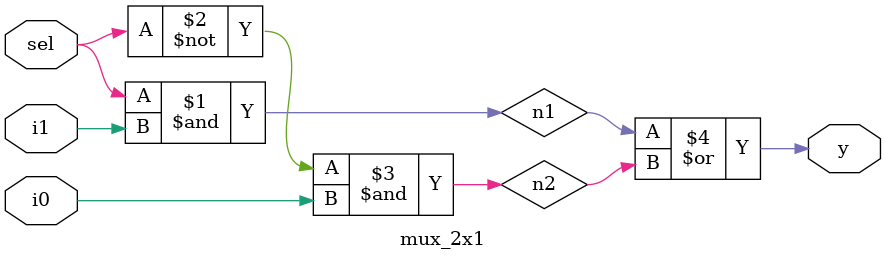
<source format=v>
module mux_2x1(i0, i1, sel, y);
input i0, i1, sel;
output y;

//y = sel&i1 | ~sel&i0
and g1(n1, sel, i1); //output of this gate: n1, inputs: sel, i1
and g2(n2, ~sel, i0);
or g3(y, n1, n2);
endmodule

</source>
